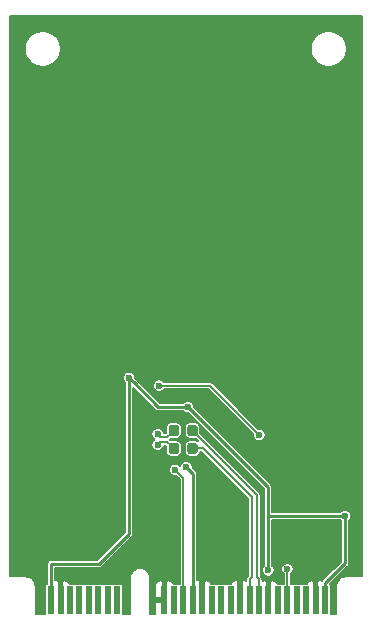
<source format=gbl>
G04 #@! TF.GenerationSoftware,KiCad,Pcbnew,(5.1.6)-1*
G04 #@! TF.CreationDate,2021-01-10T11:39:08+11:00*
G04 #@! TF.ProjectId,mPCIe-GNSS,6d504349-652d-4474-9e53-532e6b696361,1*
G04 #@! TF.SameCoordinates,Original*
G04 #@! TF.FileFunction,Copper,L2,Bot*
G04 #@! TF.FilePolarity,Positive*
%FSLAX46Y46*%
G04 Gerber Fmt 4.6, Leading zero omitted, Abs format (unit mm)*
G04 Created by KiCad (PCBNEW (5.1.6)-1) date 2021-01-10 11:39:08*
%MOMM*%
%LPD*%
G01*
G04 APERTURE LIST*
G04 #@! TA.AperFunction,SMDPad,CuDef*
%ADD10R,0.600000X2.350000*%
G04 #@! TD*
G04 #@! TA.AperFunction,ViaPad*
%ADD11C,0.600000*%
G04 #@! TD*
G04 #@! TA.AperFunction,Conductor*
%ADD12C,0.254000*%
G04 #@! TD*
G04 #@! TA.AperFunction,Conductor*
%ADD13C,0.152400*%
G04 #@! TD*
G04 #@! TA.AperFunction,Conductor*
%ADD14C,0.152000*%
G04 #@! TD*
G04 APERTURE END LIST*
D10*
X120395000Y-126895000D03*
X121195000Y-126895000D03*
X121995000Y-126895000D03*
X122795000Y-126895000D03*
X123595000Y-126895000D03*
X124395000Y-126895000D03*
X125195000Y-126895000D03*
X125995000Y-126895000D03*
X143595000Y-126895000D03*
X142795000Y-126895000D03*
X141995000Y-126895000D03*
X141195000Y-126895000D03*
X140395000Y-126895000D03*
X139595000Y-126895000D03*
X138795000Y-126895000D03*
X137995000Y-126895000D03*
X137195000Y-126895000D03*
X136395000Y-126895000D03*
X135595000Y-126895000D03*
X134795000Y-126895000D03*
X133995000Y-126895000D03*
X133195000Y-126895000D03*
X132395000Y-126895000D03*
X131595000Y-126895000D03*
X130795000Y-126895000D03*
X129995000Y-126895000D03*
G04 #@! TA.AperFunction,SMDPad,CuDef*
G36*
G01*
X131222000Y-113789750D02*
X131222000Y-114302250D01*
G75*
G02*
X131003250Y-114521000I-218750J0D01*
G01*
X130565750Y-114521000D01*
G75*
G02*
X130347000Y-114302250I0J218750D01*
G01*
X130347000Y-113789750D01*
G75*
G02*
X130565750Y-113571000I218750J0D01*
G01*
X131003250Y-113571000D01*
G75*
G02*
X131222000Y-113789750I0J-218750D01*
G01*
G37*
G04 #@! TD.AperFunction*
G04 #@! TA.AperFunction,SMDPad,CuDef*
G36*
G01*
X132797000Y-113789750D02*
X132797000Y-114302250D01*
G75*
G02*
X132578250Y-114521000I-218750J0D01*
G01*
X132140750Y-114521000D01*
G75*
G02*
X131922000Y-114302250I0J218750D01*
G01*
X131922000Y-113789750D01*
G75*
G02*
X132140750Y-113571000I218750J0D01*
G01*
X132578250Y-113571000D01*
G75*
G02*
X132797000Y-113789750I0J-218750D01*
G01*
G37*
G04 #@! TD.AperFunction*
G04 #@! TA.AperFunction,SMDPad,CuDef*
G36*
G01*
X131922000Y-112778250D02*
X131922000Y-112265750D01*
G75*
G02*
X132140750Y-112047000I218750J0D01*
G01*
X132578250Y-112047000D01*
G75*
G02*
X132797000Y-112265750I0J-218750D01*
G01*
X132797000Y-112778250D01*
G75*
G02*
X132578250Y-112997000I-218750J0D01*
G01*
X132140750Y-112997000D01*
G75*
G02*
X131922000Y-112778250I0J218750D01*
G01*
G37*
G04 #@! TD.AperFunction*
G04 #@! TA.AperFunction,SMDPad,CuDef*
G36*
G01*
X130347000Y-112778250D02*
X130347000Y-112265750D01*
G75*
G02*
X130565750Y-112047000I218750J0D01*
G01*
X131003250Y-112047000D01*
G75*
G02*
X131222000Y-112265750I0J-218750D01*
G01*
X131222000Y-112778250D01*
G75*
G02*
X131003250Y-112997000I-218750J0D01*
G01*
X130565750Y-112997000D01*
G75*
G02*
X130347000Y-112778250I0J218750D01*
G01*
G37*
G04 #@! TD.AperFunction*
D11*
X127000000Y-101600000D03*
X130175000Y-101600000D03*
X133350000Y-101600000D03*
X133350000Y-98425000D03*
X136525000Y-98425000D03*
X136525000Y-101600000D03*
X136525000Y-92075000D03*
X133350000Y-92075000D03*
X133350000Y-88900000D03*
X130175000Y-88900000D03*
X130175000Y-92075000D03*
X127000000Y-92075000D03*
X127000000Y-88900000D03*
X127000000Y-98425000D03*
X133350000Y-95250000D03*
X130175000Y-95250000D03*
X136525000Y-95250000D03*
X133350000Y-85725000D03*
X139700000Y-85725000D03*
X130175000Y-85725000D03*
X127000000Y-85725000D03*
X123825000Y-85725000D03*
X120650000Y-85725000D03*
X120650000Y-88900000D03*
X120650000Y-92075000D03*
X120650000Y-98425000D03*
X120650000Y-95250000D03*
X127000000Y-104775000D03*
X130175000Y-104775000D03*
X133350000Y-104775000D03*
X136525000Y-104775000D03*
X139700000Y-104775000D03*
X142875000Y-104775000D03*
X142875000Y-101600000D03*
X142875000Y-98425000D03*
X142875000Y-95250000D03*
X142875000Y-92075000D03*
X142875000Y-88900000D03*
X142875000Y-85725000D03*
X138785600Y-124358400D03*
X131857200Y-115638000D03*
X131978400Y-110540800D03*
X145288000Y-119783100D03*
X127000000Y-108077000D03*
X138023600Y-112903000D03*
X129548000Y-108720000D03*
X140411200Y-124256800D03*
X130896000Y-115845000D03*
X129413000Y-112832000D03*
X129413000Y-113736000D03*
D12*
X142795000Y-126895000D02*
X142795000Y-125530600D01*
X138795000Y-126895000D02*
X138795000Y-125383800D01*
X132395000Y-126895000D02*
X132395000Y-116175800D01*
X132395000Y-116175800D02*
X131857200Y-115638000D01*
X145288000Y-119783100D02*
X138788900Y-119783100D01*
X138785600Y-117348000D02*
X138785600Y-119786400D01*
X131978400Y-110540800D02*
X138785600Y-117348000D01*
X138785600Y-119786400D02*
X138788900Y-119783100D01*
X138785600Y-124358400D02*
X138785600Y-119786400D01*
X120395000Y-126895000D02*
X120395000Y-123826000D01*
X127381000Y-108458000D02*
X127000000Y-108077000D01*
X131978400Y-110540800D02*
X129463800Y-110540800D01*
X129463800Y-110540800D02*
X127381000Y-108458000D01*
X127000000Y-108077000D02*
X127000000Y-117221000D01*
X120395000Y-123826000D02*
X124459000Y-123826000D01*
X127000000Y-121285000D02*
X127000000Y-117221000D01*
X124459000Y-123826000D02*
X127000000Y-121285000D01*
X143595000Y-125466000D02*
X145288000Y-123773000D01*
X145288000Y-123773000D02*
X145288000Y-119783100D01*
X143595000Y-126895000D02*
X143595000Y-125466000D01*
D13*
X133840600Y-108720000D02*
X138023600Y-112903000D01*
X129548000Y-108720000D02*
X133840600Y-108720000D01*
X140395000Y-124273000D02*
X140411200Y-124256800D01*
X140395000Y-126895000D02*
X140395000Y-124273000D01*
X137995000Y-126895000D02*
X137995000Y-125132000D01*
X137995000Y-125132000D02*
X137824000Y-124961000D01*
X137824000Y-124961000D02*
X137824000Y-117986000D01*
X137824000Y-117986000D02*
X133560000Y-113723000D01*
X133560000Y-113723000D02*
X132845500Y-113007900D01*
X132845500Y-113007900D02*
X132845400Y-113007900D01*
X132845400Y-113007900D02*
X132359500Y-112522000D01*
X132845500Y-113007900D02*
X132360000Y-112522000D01*
X132360000Y-114046000D02*
X132359500Y-114046000D01*
X137195000Y-126895000D02*
X137195000Y-125132000D01*
X137195000Y-125132000D02*
X137366000Y-124961000D01*
X137366000Y-124961000D02*
X137366000Y-118175000D01*
X137366000Y-118175000D02*
X133237000Y-114046000D01*
X133237000Y-114046000D02*
X132360000Y-114046000D01*
X130896000Y-115845000D02*
X131595000Y-116544000D01*
X131595000Y-116544000D02*
X131595000Y-126895000D01*
X130517500Y-112788500D02*
X130518000Y-112788500D01*
X130518000Y-112788500D02*
X130784500Y-112522000D01*
X130517500Y-112788500D02*
X130251000Y-113055000D01*
X130251000Y-113055000D02*
X129637000Y-113055000D01*
X129637000Y-113055000D02*
X129413000Y-112832000D01*
X130784000Y-112522000D02*
X130517500Y-112788500D01*
X130517500Y-113779500D02*
X130518000Y-113779500D01*
X130518000Y-113779500D02*
X130784500Y-114046000D01*
X130517500Y-113779500D02*
X130251000Y-113513000D01*
X130251000Y-113513000D02*
X129637000Y-113513000D01*
X129637000Y-113513000D02*
X129413000Y-113736000D01*
X130784000Y-114046000D02*
X130517500Y-113779500D01*
D14*
G36*
X146694000Y-116713682D02*
G01*
X146685306Y-124869000D01*
X145390045Y-124869000D01*
X145389870Y-124869017D01*
X145389071Y-124869020D01*
X145384679Y-124869466D01*
X145380260Y-124869435D01*
X145378857Y-124869572D01*
X145223580Y-124885893D01*
X145214635Y-124887730D01*
X145205621Y-124889449D01*
X145204272Y-124889857D01*
X145055122Y-124936026D01*
X145046705Y-124939564D01*
X145038195Y-124943003D01*
X145036950Y-124943665D01*
X144899608Y-125017926D01*
X144892035Y-125023034D01*
X144884359Y-125028057D01*
X144883266Y-125028948D01*
X144762963Y-125128471D01*
X144756509Y-125134970D01*
X144749972Y-125141372D01*
X144749073Y-125142458D01*
X144650394Y-125263452D01*
X144645333Y-125271070D01*
X144640156Y-125278630D01*
X144639485Y-125279870D01*
X144566185Y-125417727D01*
X144562689Y-125426209D01*
X144559091Y-125434605D01*
X144558674Y-125435952D01*
X144513547Y-125585421D01*
X144511765Y-125594419D01*
X144509866Y-125603355D01*
X144509718Y-125604757D01*
X144494482Y-125760144D01*
X144494482Y-125760161D01*
X144494001Y-125765045D01*
X144494000Y-128067000D01*
X144124505Y-128067000D01*
X144124505Y-125720000D01*
X144120095Y-125675226D01*
X144107035Y-125632172D01*
X144085826Y-125592494D01*
X144057285Y-125557715D01*
X144029059Y-125534551D01*
X145526973Y-124036639D01*
X145540520Y-124025521D01*
X145551640Y-124011972D01*
X145551647Y-124011965D01*
X145570712Y-123988734D01*
X145584934Y-123971405D01*
X145617935Y-123909664D01*
X145638257Y-123842670D01*
X145643400Y-123790453D01*
X145643400Y-123790446D01*
X145645118Y-123773000D01*
X145643400Y-123755555D01*
X145643400Y-120174971D01*
X145698435Y-120119936D01*
X145756262Y-120033391D01*
X145796094Y-119937229D01*
X145816400Y-119835143D01*
X145816400Y-119731057D01*
X145796094Y-119628971D01*
X145756262Y-119532809D01*
X145698435Y-119446264D01*
X145624836Y-119372665D01*
X145538291Y-119314838D01*
X145442129Y-119275006D01*
X145340043Y-119254700D01*
X145235957Y-119254700D01*
X145133871Y-119275006D01*
X145037709Y-119314838D01*
X144951164Y-119372665D01*
X144896129Y-119427700D01*
X139141000Y-119427700D01*
X139141000Y-117365445D01*
X139142718Y-117348000D01*
X139141000Y-117330554D01*
X139141000Y-117330547D01*
X139135857Y-117278330D01*
X139115535Y-117211336D01*
X139082534Y-117149595D01*
X139068312Y-117132266D01*
X139049247Y-117109035D01*
X139049240Y-117109028D01*
X139038120Y-117095479D01*
X139024573Y-117084361D01*
X132506800Y-110566590D01*
X132506800Y-110488757D01*
X132486494Y-110386671D01*
X132446662Y-110290509D01*
X132388835Y-110203964D01*
X132315236Y-110130365D01*
X132228691Y-110072538D01*
X132132529Y-110032706D01*
X132030443Y-110012400D01*
X131926357Y-110012400D01*
X131824271Y-110032706D01*
X131728109Y-110072538D01*
X131641564Y-110130365D01*
X131586529Y-110185400D01*
X129611011Y-110185400D01*
X128093568Y-108667957D01*
X129019600Y-108667957D01*
X129019600Y-108772043D01*
X129039906Y-108874129D01*
X129079738Y-108970291D01*
X129137565Y-109056836D01*
X129211164Y-109130435D01*
X129297709Y-109188262D01*
X129393871Y-109228094D01*
X129495957Y-109248400D01*
X129600043Y-109248400D01*
X129702129Y-109228094D01*
X129798291Y-109188262D01*
X129884836Y-109130435D01*
X129958435Y-109056836D01*
X129979974Y-109024600D01*
X133714431Y-109024600D01*
X137502763Y-112812932D01*
X137495200Y-112850957D01*
X137495200Y-112955043D01*
X137515506Y-113057129D01*
X137555338Y-113153291D01*
X137613165Y-113239836D01*
X137686764Y-113313435D01*
X137773309Y-113371262D01*
X137869471Y-113411094D01*
X137971557Y-113431400D01*
X138075643Y-113431400D01*
X138177729Y-113411094D01*
X138273891Y-113371262D01*
X138360436Y-113313435D01*
X138434035Y-113239836D01*
X138491862Y-113153291D01*
X138531694Y-113057129D01*
X138552000Y-112955043D01*
X138552000Y-112850957D01*
X138531694Y-112748871D01*
X138491862Y-112652709D01*
X138434035Y-112566164D01*
X138360436Y-112492565D01*
X138273891Y-112434738D01*
X138177729Y-112394906D01*
X138075643Y-112374600D01*
X137971557Y-112374600D01*
X137933532Y-112382163D01*
X134066559Y-108515190D01*
X134057026Y-108503574D01*
X134015762Y-108469709D01*
X134010645Y-108465510D01*
X133996593Y-108457999D01*
X133957729Y-108437225D01*
X133900312Y-108419808D01*
X133855556Y-108415400D01*
X133855546Y-108415400D01*
X133840600Y-108413928D01*
X133825654Y-108415400D01*
X129979974Y-108415400D01*
X129958435Y-108383164D01*
X129884836Y-108309565D01*
X129798291Y-108251738D01*
X129702129Y-108211906D01*
X129600043Y-108191600D01*
X129495957Y-108191600D01*
X129393871Y-108211906D01*
X129297709Y-108251738D01*
X129211164Y-108309565D01*
X129137565Y-108383164D01*
X129079738Y-108469709D01*
X129039906Y-108565871D01*
X129019600Y-108667957D01*
X128093568Y-108667957D01*
X127644651Y-108219041D01*
X127644646Y-108219035D01*
X127528400Y-108102789D01*
X127528400Y-108024957D01*
X127508094Y-107922871D01*
X127468262Y-107826709D01*
X127410435Y-107740164D01*
X127336836Y-107666565D01*
X127250291Y-107608738D01*
X127154129Y-107568906D01*
X127052043Y-107548600D01*
X126947957Y-107548600D01*
X126845871Y-107568906D01*
X126749709Y-107608738D01*
X126663164Y-107666565D01*
X126589565Y-107740164D01*
X126531738Y-107826709D01*
X126491906Y-107922871D01*
X126471600Y-108024957D01*
X126471600Y-108129043D01*
X126491906Y-108231129D01*
X126531738Y-108327291D01*
X126589565Y-108413836D01*
X126644600Y-108468871D01*
X126644601Y-117203547D01*
X126644600Y-121137788D01*
X124311790Y-123470600D01*
X120412453Y-123470600D01*
X120395000Y-123468881D01*
X120377547Y-123470600D01*
X120325330Y-123475743D01*
X120258336Y-123496065D01*
X120196595Y-123529066D01*
X120142479Y-123573479D01*
X120098066Y-123627595D01*
X120065065Y-123689336D01*
X120044743Y-123756330D01*
X120037881Y-123826000D01*
X120039601Y-123843463D01*
X120039600Y-125498128D01*
X120007172Y-125507965D01*
X119967494Y-125529174D01*
X119932715Y-125557715D01*
X119904174Y-125592494D01*
X119882965Y-125632172D01*
X119869905Y-125675226D01*
X119865495Y-125720000D01*
X119865495Y-128067000D01*
X119096000Y-128067000D01*
X119096000Y-125765045D01*
X119095983Y-125764870D01*
X119095980Y-125764071D01*
X119095534Y-125759679D01*
X119095565Y-125755260D01*
X119095428Y-125753857D01*
X119079107Y-125598580D01*
X119077270Y-125589635D01*
X119075551Y-125580621D01*
X119075143Y-125579272D01*
X119028974Y-125430122D01*
X119025436Y-125421705D01*
X119021997Y-125413195D01*
X119021335Y-125411950D01*
X118947074Y-125274608D01*
X118941966Y-125267035D01*
X118936943Y-125259359D01*
X118936052Y-125258266D01*
X118836529Y-125137963D01*
X118830030Y-125131509D01*
X118823628Y-125124972D01*
X118822542Y-125124073D01*
X118701548Y-125025394D01*
X118693930Y-125020333D01*
X118686370Y-125015156D01*
X118685130Y-125014485D01*
X118547273Y-124941185D01*
X118538791Y-124937689D01*
X118530395Y-124934091D01*
X118529048Y-124933674D01*
X118379579Y-124888547D01*
X118370581Y-124886765D01*
X118361645Y-124884866D01*
X118360243Y-124884718D01*
X118204856Y-124869482D01*
X118204849Y-124869482D01*
X118199955Y-124869000D01*
X116896000Y-124869000D01*
X116896000Y-80069466D01*
X118166600Y-80069466D01*
X118166600Y-80370534D01*
X118225336Y-80665818D01*
X118340550Y-80943969D01*
X118507814Y-81194298D01*
X118720702Y-81407186D01*
X118971031Y-81574450D01*
X119249182Y-81689664D01*
X119544466Y-81748400D01*
X119845534Y-81748400D01*
X120140818Y-81689664D01*
X120418969Y-81574450D01*
X120669298Y-81407186D01*
X120882186Y-81194298D01*
X121049450Y-80943969D01*
X121164664Y-80665818D01*
X121223400Y-80370534D01*
X121223400Y-80069466D01*
X142366600Y-80069466D01*
X142366600Y-80370534D01*
X142425336Y-80665818D01*
X142540550Y-80943969D01*
X142707814Y-81194298D01*
X142920702Y-81407186D01*
X143171031Y-81574450D01*
X143449182Y-81689664D01*
X143744466Y-81748400D01*
X144045534Y-81748400D01*
X144340818Y-81689664D01*
X144618969Y-81574450D01*
X144869298Y-81407186D01*
X145082186Y-81194298D01*
X145249450Y-80943969D01*
X145364664Y-80665818D01*
X145423400Y-80370534D01*
X145423400Y-80069466D01*
X145364664Y-79774182D01*
X145249450Y-79496031D01*
X145082186Y-79245702D01*
X144869298Y-79032814D01*
X144618969Y-78865550D01*
X144340818Y-78750336D01*
X144045534Y-78691600D01*
X143744466Y-78691600D01*
X143449182Y-78750336D01*
X143171031Y-78865550D01*
X142920702Y-79032814D01*
X142707814Y-79245702D01*
X142540550Y-79496031D01*
X142425336Y-79774182D01*
X142366600Y-80069466D01*
X121223400Y-80069466D01*
X121164664Y-79774182D01*
X121049450Y-79496031D01*
X120882186Y-79245702D01*
X120669298Y-79032814D01*
X120418969Y-78865550D01*
X120140818Y-78750336D01*
X119845534Y-78691600D01*
X119544466Y-78691600D01*
X119249182Y-78750336D01*
X118971031Y-78865550D01*
X118720702Y-79032814D01*
X118507814Y-79245702D01*
X118340550Y-79496031D01*
X118225336Y-79774182D01*
X118166600Y-80069466D01*
X116896000Y-80069466D01*
X116896000Y-77421000D01*
X146694001Y-77421000D01*
X146694000Y-116713682D01*
G37*
X146694000Y-116713682D02*
X146685306Y-124869000D01*
X145390045Y-124869000D01*
X145389870Y-124869017D01*
X145389071Y-124869020D01*
X145384679Y-124869466D01*
X145380260Y-124869435D01*
X145378857Y-124869572D01*
X145223580Y-124885893D01*
X145214635Y-124887730D01*
X145205621Y-124889449D01*
X145204272Y-124889857D01*
X145055122Y-124936026D01*
X145046705Y-124939564D01*
X145038195Y-124943003D01*
X145036950Y-124943665D01*
X144899608Y-125017926D01*
X144892035Y-125023034D01*
X144884359Y-125028057D01*
X144883266Y-125028948D01*
X144762963Y-125128471D01*
X144756509Y-125134970D01*
X144749972Y-125141372D01*
X144749073Y-125142458D01*
X144650394Y-125263452D01*
X144645333Y-125271070D01*
X144640156Y-125278630D01*
X144639485Y-125279870D01*
X144566185Y-125417727D01*
X144562689Y-125426209D01*
X144559091Y-125434605D01*
X144558674Y-125435952D01*
X144513547Y-125585421D01*
X144511765Y-125594419D01*
X144509866Y-125603355D01*
X144509718Y-125604757D01*
X144494482Y-125760144D01*
X144494482Y-125760161D01*
X144494001Y-125765045D01*
X144494000Y-128067000D01*
X144124505Y-128067000D01*
X144124505Y-125720000D01*
X144120095Y-125675226D01*
X144107035Y-125632172D01*
X144085826Y-125592494D01*
X144057285Y-125557715D01*
X144029059Y-125534551D01*
X145526973Y-124036639D01*
X145540520Y-124025521D01*
X145551640Y-124011972D01*
X145551647Y-124011965D01*
X145570712Y-123988734D01*
X145584934Y-123971405D01*
X145617935Y-123909664D01*
X145638257Y-123842670D01*
X145643400Y-123790453D01*
X145643400Y-123790446D01*
X145645118Y-123773000D01*
X145643400Y-123755555D01*
X145643400Y-120174971D01*
X145698435Y-120119936D01*
X145756262Y-120033391D01*
X145796094Y-119937229D01*
X145816400Y-119835143D01*
X145816400Y-119731057D01*
X145796094Y-119628971D01*
X145756262Y-119532809D01*
X145698435Y-119446264D01*
X145624836Y-119372665D01*
X145538291Y-119314838D01*
X145442129Y-119275006D01*
X145340043Y-119254700D01*
X145235957Y-119254700D01*
X145133871Y-119275006D01*
X145037709Y-119314838D01*
X144951164Y-119372665D01*
X144896129Y-119427700D01*
X139141000Y-119427700D01*
X139141000Y-117365445D01*
X139142718Y-117348000D01*
X139141000Y-117330554D01*
X139141000Y-117330547D01*
X139135857Y-117278330D01*
X139115535Y-117211336D01*
X139082534Y-117149595D01*
X139068312Y-117132266D01*
X139049247Y-117109035D01*
X139049240Y-117109028D01*
X139038120Y-117095479D01*
X139024573Y-117084361D01*
X132506800Y-110566590D01*
X132506800Y-110488757D01*
X132486494Y-110386671D01*
X132446662Y-110290509D01*
X132388835Y-110203964D01*
X132315236Y-110130365D01*
X132228691Y-110072538D01*
X132132529Y-110032706D01*
X132030443Y-110012400D01*
X131926357Y-110012400D01*
X131824271Y-110032706D01*
X131728109Y-110072538D01*
X131641564Y-110130365D01*
X131586529Y-110185400D01*
X129611011Y-110185400D01*
X128093568Y-108667957D01*
X129019600Y-108667957D01*
X129019600Y-108772043D01*
X129039906Y-108874129D01*
X129079738Y-108970291D01*
X129137565Y-109056836D01*
X129211164Y-109130435D01*
X129297709Y-109188262D01*
X129393871Y-109228094D01*
X129495957Y-109248400D01*
X129600043Y-109248400D01*
X129702129Y-109228094D01*
X129798291Y-109188262D01*
X129884836Y-109130435D01*
X129958435Y-109056836D01*
X129979974Y-109024600D01*
X133714431Y-109024600D01*
X137502763Y-112812932D01*
X137495200Y-112850957D01*
X137495200Y-112955043D01*
X137515506Y-113057129D01*
X137555338Y-113153291D01*
X137613165Y-113239836D01*
X137686764Y-113313435D01*
X137773309Y-113371262D01*
X137869471Y-113411094D01*
X137971557Y-113431400D01*
X138075643Y-113431400D01*
X138177729Y-113411094D01*
X138273891Y-113371262D01*
X138360436Y-113313435D01*
X138434035Y-113239836D01*
X138491862Y-113153291D01*
X138531694Y-113057129D01*
X138552000Y-112955043D01*
X138552000Y-112850957D01*
X138531694Y-112748871D01*
X138491862Y-112652709D01*
X138434035Y-112566164D01*
X138360436Y-112492565D01*
X138273891Y-112434738D01*
X138177729Y-112394906D01*
X138075643Y-112374600D01*
X137971557Y-112374600D01*
X137933532Y-112382163D01*
X134066559Y-108515190D01*
X134057026Y-108503574D01*
X134015762Y-108469709D01*
X134010645Y-108465510D01*
X133996593Y-108457999D01*
X133957729Y-108437225D01*
X133900312Y-108419808D01*
X133855556Y-108415400D01*
X133855546Y-108415400D01*
X133840600Y-108413928D01*
X133825654Y-108415400D01*
X129979974Y-108415400D01*
X129958435Y-108383164D01*
X129884836Y-108309565D01*
X129798291Y-108251738D01*
X129702129Y-108211906D01*
X129600043Y-108191600D01*
X129495957Y-108191600D01*
X129393871Y-108211906D01*
X129297709Y-108251738D01*
X129211164Y-108309565D01*
X129137565Y-108383164D01*
X129079738Y-108469709D01*
X129039906Y-108565871D01*
X129019600Y-108667957D01*
X128093568Y-108667957D01*
X127644651Y-108219041D01*
X127644646Y-108219035D01*
X127528400Y-108102789D01*
X127528400Y-108024957D01*
X127508094Y-107922871D01*
X127468262Y-107826709D01*
X127410435Y-107740164D01*
X127336836Y-107666565D01*
X127250291Y-107608738D01*
X127154129Y-107568906D01*
X127052043Y-107548600D01*
X126947957Y-107548600D01*
X126845871Y-107568906D01*
X126749709Y-107608738D01*
X126663164Y-107666565D01*
X126589565Y-107740164D01*
X126531738Y-107826709D01*
X126491906Y-107922871D01*
X126471600Y-108024957D01*
X126471600Y-108129043D01*
X126491906Y-108231129D01*
X126531738Y-108327291D01*
X126589565Y-108413836D01*
X126644600Y-108468871D01*
X126644601Y-117203547D01*
X126644600Y-121137788D01*
X124311790Y-123470600D01*
X120412453Y-123470600D01*
X120395000Y-123468881D01*
X120377547Y-123470600D01*
X120325330Y-123475743D01*
X120258336Y-123496065D01*
X120196595Y-123529066D01*
X120142479Y-123573479D01*
X120098066Y-123627595D01*
X120065065Y-123689336D01*
X120044743Y-123756330D01*
X120037881Y-123826000D01*
X120039601Y-123843463D01*
X120039600Y-125498128D01*
X120007172Y-125507965D01*
X119967494Y-125529174D01*
X119932715Y-125557715D01*
X119904174Y-125592494D01*
X119882965Y-125632172D01*
X119869905Y-125675226D01*
X119865495Y-125720000D01*
X119865495Y-128067000D01*
X119096000Y-128067000D01*
X119096000Y-125765045D01*
X119095983Y-125764870D01*
X119095980Y-125764071D01*
X119095534Y-125759679D01*
X119095565Y-125755260D01*
X119095428Y-125753857D01*
X119079107Y-125598580D01*
X119077270Y-125589635D01*
X119075551Y-125580621D01*
X119075143Y-125579272D01*
X119028974Y-125430122D01*
X119025436Y-125421705D01*
X119021997Y-125413195D01*
X119021335Y-125411950D01*
X118947074Y-125274608D01*
X118941966Y-125267035D01*
X118936943Y-125259359D01*
X118936052Y-125258266D01*
X118836529Y-125137963D01*
X118830030Y-125131509D01*
X118823628Y-125124972D01*
X118822542Y-125124073D01*
X118701548Y-125025394D01*
X118693930Y-125020333D01*
X118686370Y-125015156D01*
X118685130Y-125014485D01*
X118547273Y-124941185D01*
X118538791Y-124937689D01*
X118530395Y-124934091D01*
X118529048Y-124933674D01*
X118379579Y-124888547D01*
X118370581Y-124886765D01*
X118361645Y-124884866D01*
X118360243Y-124884718D01*
X118204856Y-124869482D01*
X118204849Y-124869482D01*
X118199955Y-124869000D01*
X116896000Y-124869000D01*
X116896000Y-80069466D01*
X118166600Y-80069466D01*
X118166600Y-80370534D01*
X118225336Y-80665818D01*
X118340550Y-80943969D01*
X118507814Y-81194298D01*
X118720702Y-81407186D01*
X118971031Y-81574450D01*
X119249182Y-81689664D01*
X119544466Y-81748400D01*
X119845534Y-81748400D01*
X120140818Y-81689664D01*
X120418969Y-81574450D01*
X120669298Y-81407186D01*
X120882186Y-81194298D01*
X121049450Y-80943969D01*
X121164664Y-80665818D01*
X121223400Y-80370534D01*
X121223400Y-80069466D01*
X142366600Y-80069466D01*
X142366600Y-80370534D01*
X142425336Y-80665818D01*
X142540550Y-80943969D01*
X142707814Y-81194298D01*
X142920702Y-81407186D01*
X143171031Y-81574450D01*
X143449182Y-81689664D01*
X143744466Y-81748400D01*
X144045534Y-81748400D01*
X144340818Y-81689664D01*
X144618969Y-81574450D01*
X144869298Y-81407186D01*
X145082186Y-81194298D01*
X145249450Y-80943969D01*
X145364664Y-80665818D01*
X145423400Y-80370534D01*
X145423400Y-80069466D01*
X145364664Y-79774182D01*
X145249450Y-79496031D01*
X145082186Y-79245702D01*
X144869298Y-79032814D01*
X144618969Y-78865550D01*
X144340818Y-78750336D01*
X144045534Y-78691600D01*
X143744466Y-78691600D01*
X143449182Y-78750336D01*
X143171031Y-78865550D01*
X142920702Y-79032814D01*
X142707814Y-79245702D01*
X142540550Y-79496031D01*
X142425336Y-79774182D01*
X142366600Y-80069466D01*
X121223400Y-80069466D01*
X121164664Y-79774182D01*
X121049450Y-79496031D01*
X120882186Y-79245702D01*
X120669298Y-79032814D01*
X120418969Y-78865550D01*
X120140818Y-78750336D01*
X119845534Y-78691600D01*
X119544466Y-78691600D01*
X119249182Y-78750336D01*
X118971031Y-78865550D01*
X118720702Y-79032814D01*
X118507814Y-79245702D01*
X118340550Y-79496031D01*
X118225336Y-79774182D01*
X118166600Y-80069466D01*
X116896000Y-80069466D01*
X116896000Y-77421000D01*
X146694001Y-77421000D01*
X146694000Y-116713682D01*
G36*
X129200152Y-110779763D02*
G01*
X129211279Y-110793321D01*
X129265395Y-110837734D01*
X129327136Y-110870735D01*
X129394129Y-110891057D01*
X129401023Y-110891736D01*
X129446347Y-110896200D01*
X129446354Y-110896200D01*
X129463799Y-110897918D01*
X129481245Y-110896200D01*
X131586529Y-110896200D01*
X131641564Y-110951235D01*
X131728109Y-111009062D01*
X131824271Y-111048894D01*
X131926357Y-111069200D01*
X132004190Y-111069200D01*
X132831428Y-111896439D01*
X132827287Y-111893040D01*
X132749790Y-111851616D01*
X132665700Y-111826108D01*
X132578250Y-111817495D01*
X132140750Y-111817495D01*
X132053300Y-111826108D01*
X131969210Y-111851616D01*
X131891713Y-111893040D01*
X131823786Y-111948786D01*
X131768040Y-112016713D01*
X131726616Y-112094210D01*
X131701108Y-112178300D01*
X131692495Y-112265750D01*
X131692495Y-112778250D01*
X131701108Y-112865700D01*
X131726616Y-112949790D01*
X131768040Y-113027287D01*
X131823786Y-113095214D01*
X131891713Y-113150960D01*
X131969210Y-113192384D01*
X132053300Y-113217892D01*
X132140750Y-113226505D01*
X132578250Y-113226505D01*
X132626835Y-113221720D01*
X132628974Y-113224326D01*
X132640590Y-113233859D01*
X132641096Y-113234275D01*
X132819606Y-113412934D01*
X132749790Y-113375616D01*
X132665700Y-113350108D01*
X132578250Y-113341495D01*
X132140750Y-113341495D01*
X132053300Y-113350108D01*
X131969210Y-113375616D01*
X131891713Y-113417040D01*
X131823786Y-113472786D01*
X131768040Y-113540713D01*
X131726616Y-113618210D01*
X131701108Y-113702300D01*
X131692495Y-113789750D01*
X131692495Y-114302250D01*
X131701108Y-114389700D01*
X131726616Y-114473790D01*
X131768040Y-114551287D01*
X131823786Y-114619214D01*
X131891713Y-114674960D01*
X131969210Y-114716384D01*
X132053300Y-114741892D01*
X132140750Y-114750505D01*
X132578250Y-114750505D01*
X132665700Y-114741892D01*
X132749790Y-114716384D01*
X132827287Y-114674960D01*
X132895214Y-114619214D01*
X132950960Y-114551287D01*
X132992384Y-114473790D01*
X133017892Y-114389700D01*
X133021743Y-114350600D01*
X133110831Y-114350600D01*
X137061401Y-118301171D01*
X137061400Y-124834831D01*
X136990186Y-124906045D01*
X136978575Y-124915574D01*
X136969046Y-124927185D01*
X136969040Y-124927191D01*
X136940510Y-124961955D01*
X136919909Y-125000497D01*
X136912226Y-125014871D01*
X136894809Y-125072288D01*
X136891097Y-125109975D01*
X136888928Y-125132000D01*
X136890401Y-125146956D01*
X136890401Y-125229606D01*
X136798114Y-125201611D01*
X136695000Y-125191455D01*
X136675500Y-125194000D01*
X136544000Y-125325500D01*
X136544000Y-126746000D01*
X136564000Y-126746000D01*
X136564000Y-127044000D01*
X136544000Y-127044000D01*
X136544000Y-127064000D01*
X136246000Y-127064000D01*
X136246000Y-127044000D01*
X136226000Y-127044000D01*
X136226000Y-126746000D01*
X136246000Y-126746000D01*
X136246000Y-125325500D01*
X136114500Y-125194000D01*
X136095000Y-125191455D01*
X135991886Y-125201611D01*
X135892735Y-125231688D01*
X135801356Y-125280531D01*
X135721262Y-125346262D01*
X135655531Y-125426356D01*
X135621248Y-125490495D01*
X135295000Y-125490495D01*
X135250226Y-125494905D01*
X135207172Y-125507965D01*
X135195000Y-125514471D01*
X135182828Y-125507965D01*
X135139774Y-125494905D01*
X135095000Y-125490495D01*
X134495000Y-125490495D01*
X134450226Y-125494905D01*
X134407172Y-125507965D01*
X134395000Y-125514471D01*
X134382828Y-125507965D01*
X134339774Y-125494905D01*
X134295000Y-125490495D01*
X133968752Y-125490495D01*
X133934469Y-125426356D01*
X133868738Y-125346262D01*
X133788644Y-125280531D01*
X133697265Y-125231688D01*
X133598114Y-125201611D01*
X133495000Y-125191455D01*
X133475500Y-125194000D01*
X133344000Y-125325500D01*
X133344000Y-126746000D01*
X133364000Y-126746000D01*
X133364000Y-127044000D01*
X133344000Y-127044000D01*
X133344000Y-127064000D01*
X133046000Y-127064000D01*
X133046000Y-127044000D01*
X133026000Y-127044000D01*
X133026000Y-126746000D01*
X133046000Y-126746000D01*
X133046000Y-125325500D01*
X132914500Y-125194000D01*
X132895000Y-125191455D01*
X132791886Y-125201611D01*
X132750400Y-125214196D01*
X132750400Y-116193245D01*
X132752118Y-116175799D01*
X132750400Y-116158354D01*
X132750400Y-116158347D01*
X132745257Y-116106130D01*
X132724935Y-116039136D01*
X132691934Y-115977395D01*
X132647521Y-115923279D01*
X132633962Y-115912152D01*
X132385600Y-115663789D01*
X132385600Y-115585957D01*
X132365294Y-115483871D01*
X132325462Y-115387709D01*
X132267635Y-115301164D01*
X132194036Y-115227565D01*
X132107491Y-115169738D01*
X132011329Y-115129906D01*
X131909243Y-115109600D01*
X131805157Y-115109600D01*
X131703071Y-115129906D01*
X131606909Y-115169738D01*
X131520364Y-115227565D01*
X131446765Y-115301164D01*
X131388938Y-115387709D01*
X131349106Y-115483871D01*
X131335594Y-115551803D01*
X131306435Y-115508164D01*
X131232836Y-115434565D01*
X131146291Y-115376738D01*
X131050129Y-115336906D01*
X130948043Y-115316600D01*
X130843957Y-115316600D01*
X130741871Y-115336906D01*
X130645709Y-115376738D01*
X130559164Y-115434565D01*
X130485565Y-115508164D01*
X130427738Y-115594709D01*
X130387906Y-115690871D01*
X130367600Y-115792957D01*
X130367600Y-115897043D01*
X130387906Y-115999129D01*
X130427738Y-116095291D01*
X130485565Y-116181836D01*
X130559164Y-116255435D01*
X130645709Y-116313262D01*
X130741871Y-116353094D01*
X130843957Y-116373400D01*
X130948043Y-116373400D01*
X130986067Y-116365837D01*
X131290400Y-116670170D01*
X131290401Y-125490948D01*
X131250226Y-125494905D01*
X131207172Y-125507965D01*
X131195000Y-125514471D01*
X131182828Y-125507965D01*
X131139774Y-125494905D01*
X131095000Y-125490495D01*
X130768752Y-125490495D01*
X130734469Y-125426356D01*
X130668738Y-125346262D01*
X130588644Y-125280531D01*
X130497265Y-125231688D01*
X130398114Y-125201611D01*
X130295000Y-125191455D01*
X130275500Y-125194000D01*
X130144000Y-125325500D01*
X130144000Y-126746000D01*
X130164000Y-126746000D01*
X130164000Y-127044000D01*
X130144000Y-127044000D01*
X130144000Y-127064000D01*
X129846000Y-127064000D01*
X129846000Y-127044000D01*
X129300500Y-127044000D01*
X129169000Y-127175500D01*
X129166464Y-128067000D01*
X128796000Y-128067000D01*
X128796000Y-125720000D01*
X129166455Y-125720000D01*
X129169000Y-126614500D01*
X129300500Y-126746000D01*
X129846000Y-126746000D01*
X129846000Y-125325500D01*
X129714500Y-125194000D01*
X129695000Y-125191455D01*
X129591886Y-125201611D01*
X129492735Y-125231688D01*
X129401356Y-125280531D01*
X129321262Y-125346262D01*
X129255531Y-125426356D01*
X129206688Y-125517735D01*
X129176611Y-125616886D01*
X129166455Y-125720000D01*
X128796000Y-125720000D01*
X128796000Y-125015045D01*
X128795966Y-125014699D01*
X128795925Y-125008824D01*
X128795445Y-125004258D01*
X128795445Y-124999672D01*
X128795298Y-124998270D01*
X128778982Y-124852808D01*
X128777064Y-124843784D01*
X128775300Y-124834874D01*
X128774883Y-124833527D01*
X128730624Y-124694005D01*
X128727023Y-124685605D01*
X128723529Y-124677127D01*
X128722859Y-124675887D01*
X128652342Y-124547618D01*
X128647171Y-124540067D01*
X128642105Y-124532441D01*
X128641206Y-124531354D01*
X128547119Y-124419224D01*
X128540562Y-124412803D01*
X128534127Y-124406323D01*
X128533035Y-124405432D01*
X128418958Y-124313713D01*
X128411289Y-124308695D01*
X128403710Y-124303583D01*
X128402468Y-124302922D01*
X128402460Y-124302918D01*
X128272748Y-124235106D01*
X128264294Y-124231691D01*
X128255821Y-124228129D01*
X128254471Y-124227721D01*
X128114052Y-124186394D01*
X128105070Y-124184681D01*
X128096093Y-124182838D01*
X128094690Y-124182701D01*
X127948918Y-124169434D01*
X127939797Y-124169498D01*
X127930609Y-124169434D01*
X127929206Y-124169571D01*
X127783634Y-124184872D01*
X127774682Y-124186710D01*
X127765676Y-124188428D01*
X127764326Y-124188836D01*
X127624497Y-124232120D01*
X127616080Y-124235658D01*
X127607570Y-124239097D01*
X127606325Y-124239759D01*
X127477567Y-124309377D01*
X127469990Y-124314488D01*
X127462318Y-124319509D01*
X127461225Y-124320400D01*
X127348442Y-124413702D01*
X127342005Y-124420185D01*
X127335451Y-124426603D01*
X127334552Y-124427689D01*
X127242040Y-124541121D01*
X127236979Y-124548739D01*
X127231802Y-124556299D01*
X127231132Y-124557539D01*
X127162412Y-124686780D01*
X127158927Y-124695236D01*
X127155318Y-124703658D01*
X127154901Y-124705005D01*
X127112595Y-124845132D01*
X127110816Y-124854115D01*
X127108914Y-124863065D01*
X127108766Y-124864468D01*
X127104341Y-124909598D01*
X127098660Y-124914260D01*
X127089208Y-124925777D01*
X127082185Y-124938916D01*
X127077860Y-124953173D01*
X127076402Y-124968608D01*
X127094000Y-127168410D01*
X127094000Y-128067000D01*
X126524505Y-128067000D01*
X126524505Y-125720000D01*
X126520095Y-125675226D01*
X126507035Y-125632172D01*
X126485826Y-125592494D01*
X126457285Y-125557715D01*
X126422506Y-125529174D01*
X126382828Y-125507965D01*
X126339774Y-125494905D01*
X126295000Y-125490495D01*
X125695000Y-125490495D01*
X125650226Y-125494905D01*
X125607172Y-125507965D01*
X125595000Y-125514471D01*
X125582828Y-125507965D01*
X125539774Y-125494905D01*
X125495000Y-125490495D01*
X124895000Y-125490495D01*
X124850226Y-125494905D01*
X124807172Y-125507965D01*
X124795000Y-125514471D01*
X124782828Y-125507965D01*
X124739774Y-125494905D01*
X124695000Y-125490495D01*
X124095000Y-125490495D01*
X124050226Y-125494905D01*
X124007172Y-125507965D01*
X123995000Y-125514471D01*
X123982828Y-125507965D01*
X123939774Y-125494905D01*
X123895000Y-125490495D01*
X123295000Y-125490495D01*
X123250226Y-125494905D01*
X123207172Y-125507965D01*
X123195000Y-125514471D01*
X123182828Y-125507965D01*
X123139774Y-125494905D01*
X123095000Y-125490495D01*
X122495000Y-125490495D01*
X122450226Y-125494905D01*
X122407172Y-125507965D01*
X122395000Y-125514471D01*
X122382828Y-125507965D01*
X122339774Y-125494905D01*
X122295000Y-125490495D01*
X121968752Y-125490495D01*
X121934469Y-125426356D01*
X121868738Y-125346262D01*
X121788644Y-125280531D01*
X121697265Y-125231688D01*
X121598114Y-125201611D01*
X121495000Y-125191455D01*
X121475500Y-125194000D01*
X121344000Y-125325500D01*
X121344000Y-126746000D01*
X121364000Y-126746000D01*
X121364000Y-127044000D01*
X121344000Y-127044000D01*
X121344000Y-127064000D01*
X121046000Y-127064000D01*
X121046000Y-127044000D01*
X121026000Y-127044000D01*
X121026000Y-126746000D01*
X121046000Y-126746000D01*
X121046000Y-125325500D01*
X120914500Y-125194000D01*
X120895000Y-125191455D01*
X120791886Y-125201611D01*
X120750400Y-125214196D01*
X120750400Y-124181400D01*
X124441555Y-124181400D01*
X124459000Y-124183118D01*
X124476445Y-124181400D01*
X124476453Y-124181400D01*
X124528670Y-124176257D01*
X124595664Y-124155935D01*
X124657405Y-124122934D01*
X124711521Y-124078521D01*
X124722653Y-124064957D01*
X127238973Y-121548639D01*
X127252520Y-121537521D01*
X127263640Y-121523972D01*
X127263647Y-121523965D01*
X127282712Y-121500734D01*
X127296934Y-121483405D01*
X127329935Y-121421664D01*
X127350257Y-121354670D01*
X127355400Y-121302453D01*
X127355400Y-121302446D01*
X127357118Y-121285000D01*
X127355400Y-121267555D01*
X127355400Y-112779957D01*
X128884600Y-112779957D01*
X128884600Y-112884043D01*
X128904906Y-112986129D01*
X128944738Y-113082291D01*
X129002565Y-113168836D01*
X129076164Y-113242435D01*
X129138371Y-113284000D01*
X129076164Y-113325565D01*
X129002565Y-113399164D01*
X128944738Y-113485709D01*
X128904906Y-113581871D01*
X128884600Y-113683957D01*
X128884600Y-113788043D01*
X128904906Y-113890129D01*
X128944738Y-113986291D01*
X129002565Y-114072836D01*
X129076164Y-114146435D01*
X129162709Y-114204262D01*
X129258871Y-114244094D01*
X129360957Y-114264400D01*
X129465043Y-114264400D01*
X129567129Y-114244094D01*
X129663291Y-114204262D01*
X129749836Y-114146435D01*
X129823435Y-114072836D01*
X129881262Y-113986291D01*
X129921094Y-113890129D01*
X129935521Y-113817600D01*
X130117495Y-113817600D01*
X130117495Y-114302250D01*
X130126108Y-114389700D01*
X130151616Y-114473790D01*
X130193040Y-114551287D01*
X130248786Y-114619214D01*
X130316713Y-114674960D01*
X130394210Y-114716384D01*
X130478300Y-114741892D01*
X130565750Y-114750505D01*
X131003250Y-114750505D01*
X131090700Y-114741892D01*
X131174790Y-114716384D01*
X131252287Y-114674960D01*
X131320214Y-114619214D01*
X131375960Y-114551287D01*
X131417384Y-114473790D01*
X131442892Y-114389700D01*
X131451505Y-114302250D01*
X131451505Y-113789750D01*
X131442892Y-113702300D01*
X131417384Y-113618210D01*
X131375960Y-113540713D01*
X131320214Y-113472786D01*
X131252287Y-113417040D01*
X131174790Y-113375616D01*
X131090700Y-113350108D01*
X131003250Y-113341495D01*
X130565750Y-113341495D01*
X130515239Y-113346470D01*
X130476959Y-113308190D01*
X130467426Y-113296574D01*
X130452105Y-113284000D01*
X130455809Y-113280960D01*
X130455810Y-113280959D01*
X130467426Y-113271426D01*
X130476959Y-113259810D01*
X130515239Y-113221530D01*
X130565750Y-113226505D01*
X131003250Y-113226505D01*
X131090700Y-113217892D01*
X131174790Y-113192384D01*
X131252287Y-113150960D01*
X131320214Y-113095214D01*
X131375960Y-113027287D01*
X131417384Y-112949790D01*
X131442892Y-112865700D01*
X131451505Y-112778250D01*
X131451505Y-112265750D01*
X131442892Y-112178300D01*
X131417384Y-112094210D01*
X131375960Y-112016713D01*
X131320214Y-111948786D01*
X131252287Y-111893040D01*
X131174790Y-111851616D01*
X131090700Y-111826108D01*
X131003250Y-111817495D01*
X130565750Y-111817495D01*
X130478300Y-111826108D01*
X130394210Y-111851616D01*
X130316713Y-111893040D01*
X130248786Y-111948786D01*
X130193040Y-112016713D01*
X130151616Y-112094210D01*
X130126108Y-112178300D01*
X130117495Y-112265750D01*
X130117495Y-112750400D01*
X129935521Y-112750400D01*
X129921094Y-112677871D01*
X129881262Y-112581709D01*
X129823435Y-112495164D01*
X129749836Y-112421565D01*
X129663291Y-112363738D01*
X129567129Y-112323906D01*
X129465043Y-112303600D01*
X129360957Y-112303600D01*
X129258871Y-112323906D01*
X129162709Y-112363738D01*
X129076164Y-112421565D01*
X129002565Y-112495164D01*
X128944738Y-112581709D01*
X128904906Y-112677871D01*
X128884600Y-112779957D01*
X127355400Y-112779957D01*
X127355400Y-108935010D01*
X129200152Y-110779763D01*
G37*
X129200152Y-110779763D02*
X129211279Y-110793321D01*
X129265395Y-110837734D01*
X129327136Y-110870735D01*
X129394129Y-110891057D01*
X129401023Y-110891736D01*
X129446347Y-110896200D01*
X129446354Y-110896200D01*
X129463799Y-110897918D01*
X129481245Y-110896200D01*
X131586529Y-110896200D01*
X131641564Y-110951235D01*
X131728109Y-111009062D01*
X131824271Y-111048894D01*
X131926357Y-111069200D01*
X132004190Y-111069200D01*
X132831428Y-111896439D01*
X132827287Y-111893040D01*
X132749790Y-111851616D01*
X132665700Y-111826108D01*
X132578250Y-111817495D01*
X132140750Y-111817495D01*
X132053300Y-111826108D01*
X131969210Y-111851616D01*
X131891713Y-111893040D01*
X131823786Y-111948786D01*
X131768040Y-112016713D01*
X131726616Y-112094210D01*
X131701108Y-112178300D01*
X131692495Y-112265750D01*
X131692495Y-112778250D01*
X131701108Y-112865700D01*
X131726616Y-112949790D01*
X131768040Y-113027287D01*
X131823786Y-113095214D01*
X131891713Y-113150960D01*
X131969210Y-113192384D01*
X132053300Y-113217892D01*
X132140750Y-113226505D01*
X132578250Y-113226505D01*
X132626835Y-113221720D01*
X132628974Y-113224326D01*
X132640590Y-113233859D01*
X132641096Y-113234275D01*
X132819606Y-113412934D01*
X132749790Y-113375616D01*
X132665700Y-113350108D01*
X132578250Y-113341495D01*
X132140750Y-113341495D01*
X132053300Y-113350108D01*
X131969210Y-113375616D01*
X131891713Y-113417040D01*
X131823786Y-113472786D01*
X131768040Y-113540713D01*
X131726616Y-113618210D01*
X131701108Y-113702300D01*
X131692495Y-113789750D01*
X131692495Y-114302250D01*
X131701108Y-114389700D01*
X131726616Y-114473790D01*
X131768040Y-114551287D01*
X131823786Y-114619214D01*
X131891713Y-114674960D01*
X131969210Y-114716384D01*
X132053300Y-114741892D01*
X132140750Y-114750505D01*
X132578250Y-114750505D01*
X132665700Y-114741892D01*
X132749790Y-114716384D01*
X132827287Y-114674960D01*
X132895214Y-114619214D01*
X132950960Y-114551287D01*
X132992384Y-114473790D01*
X133017892Y-114389700D01*
X133021743Y-114350600D01*
X133110831Y-114350600D01*
X137061401Y-118301171D01*
X137061400Y-124834831D01*
X136990186Y-124906045D01*
X136978575Y-124915574D01*
X136969046Y-124927185D01*
X136969040Y-124927191D01*
X136940510Y-124961955D01*
X136919909Y-125000497D01*
X136912226Y-125014871D01*
X136894809Y-125072288D01*
X136891097Y-125109975D01*
X136888928Y-125132000D01*
X136890401Y-125146956D01*
X136890401Y-125229606D01*
X136798114Y-125201611D01*
X136695000Y-125191455D01*
X136675500Y-125194000D01*
X136544000Y-125325500D01*
X136544000Y-126746000D01*
X136564000Y-126746000D01*
X136564000Y-127044000D01*
X136544000Y-127044000D01*
X136544000Y-127064000D01*
X136246000Y-127064000D01*
X136246000Y-127044000D01*
X136226000Y-127044000D01*
X136226000Y-126746000D01*
X136246000Y-126746000D01*
X136246000Y-125325500D01*
X136114500Y-125194000D01*
X136095000Y-125191455D01*
X135991886Y-125201611D01*
X135892735Y-125231688D01*
X135801356Y-125280531D01*
X135721262Y-125346262D01*
X135655531Y-125426356D01*
X135621248Y-125490495D01*
X135295000Y-125490495D01*
X135250226Y-125494905D01*
X135207172Y-125507965D01*
X135195000Y-125514471D01*
X135182828Y-125507965D01*
X135139774Y-125494905D01*
X135095000Y-125490495D01*
X134495000Y-125490495D01*
X134450226Y-125494905D01*
X134407172Y-125507965D01*
X134395000Y-125514471D01*
X134382828Y-125507965D01*
X134339774Y-125494905D01*
X134295000Y-125490495D01*
X133968752Y-125490495D01*
X133934469Y-125426356D01*
X133868738Y-125346262D01*
X133788644Y-125280531D01*
X133697265Y-125231688D01*
X133598114Y-125201611D01*
X133495000Y-125191455D01*
X133475500Y-125194000D01*
X133344000Y-125325500D01*
X133344000Y-126746000D01*
X133364000Y-126746000D01*
X133364000Y-127044000D01*
X133344000Y-127044000D01*
X133344000Y-127064000D01*
X133046000Y-127064000D01*
X133046000Y-127044000D01*
X133026000Y-127044000D01*
X133026000Y-126746000D01*
X133046000Y-126746000D01*
X133046000Y-125325500D01*
X132914500Y-125194000D01*
X132895000Y-125191455D01*
X132791886Y-125201611D01*
X132750400Y-125214196D01*
X132750400Y-116193245D01*
X132752118Y-116175799D01*
X132750400Y-116158354D01*
X132750400Y-116158347D01*
X132745257Y-116106130D01*
X132724935Y-116039136D01*
X132691934Y-115977395D01*
X132647521Y-115923279D01*
X132633962Y-115912152D01*
X132385600Y-115663789D01*
X132385600Y-115585957D01*
X132365294Y-115483871D01*
X132325462Y-115387709D01*
X132267635Y-115301164D01*
X132194036Y-115227565D01*
X132107491Y-115169738D01*
X132011329Y-115129906D01*
X131909243Y-115109600D01*
X131805157Y-115109600D01*
X131703071Y-115129906D01*
X131606909Y-115169738D01*
X131520364Y-115227565D01*
X131446765Y-115301164D01*
X131388938Y-115387709D01*
X131349106Y-115483871D01*
X131335594Y-115551803D01*
X131306435Y-115508164D01*
X131232836Y-115434565D01*
X131146291Y-115376738D01*
X131050129Y-115336906D01*
X130948043Y-115316600D01*
X130843957Y-115316600D01*
X130741871Y-115336906D01*
X130645709Y-115376738D01*
X130559164Y-115434565D01*
X130485565Y-115508164D01*
X130427738Y-115594709D01*
X130387906Y-115690871D01*
X130367600Y-115792957D01*
X130367600Y-115897043D01*
X130387906Y-115999129D01*
X130427738Y-116095291D01*
X130485565Y-116181836D01*
X130559164Y-116255435D01*
X130645709Y-116313262D01*
X130741871Y-116353094D01*
X130843957Y-116373400D01*
X130948043Y-116373400D01*
X130986067Y-116365837D01*
X131290400Y-116670170D01*
X131290401Y-125490948D01*
X131250226Y-125494905D01*
X131207172Y-125507965D01*
X131195000Y-125514471D01*
X131182828Y-125507965D01*
X131139774Y-125494905D01*
X131095000Y-125490495D01*
X130768752Y-125490495D01*
X130734469Y-125426356D01*
X130668738Y-125346262D01*
X130588644Y-125280531D01*
X130497265Y-125231688D01*
X130398114Y-125201611D01*
X130295000Y-125191455D01*
X130275500Y-125194000D01*
X130144000Y-125325500D01*
X130144000Y-126746000D01*
X130164000Y-126746000D01*
X130164000Y-127044000D01*
X130144000Y-127044000D01*
X130144000Y-127064000D01*
X129846000Y-127064000D01*
X129846000Y-127044000D01*
X129300500Y-127044000D01*
X129169000Y-127175500D01*
X129166464Y-128067000D01*
X128796000Y-128067000D01*
X128796000Y-125720000D01*
X129166455Y-125720000D01*
X129169000Y-126614500D01*
X129300500Y-126746000D01*
X129846000Y-126746000D01*
X129846000Y-125325500D01*
X129714500Y-125194000D01*
X129695000Y-125191455D01*
X129591886Y-125201611D01*
X129492735Y-125231688D01*
X129401356Y-125280531D01*
X129321262Y-125346262D01*
X129255531Y-125426356D01*
X129206688Y-125517735D01*
X129176611Y-125616886D01*
X129166455Y-125720000D01*
X128796000Y-125720000D01*
X128796000Y-125015045D01*
X128795966Y-125014699D01*
X128795925Y-125008824D01*
X128795445Y-125004258D01*
X128795445Y-124999672D01*
X128795298Y-124998270D01*
X128778982Y-124852808D01*
X128777064Y-124843784D01*
X128775300Y-124834874D01*
X128774883Y-124833527D01*
X128730624Y-124694005D01*
X128727023Y-124685605D01*
X128723529Y-124677127D01*
X128722859Y-124675887D01*
X128652342Y-124547618D01*
X128647171Y-124540067D01*
X128642105Y-124532441D01*
X128641206Y-124531354D01*
X128547119Y-124419224D01*
X128540562Y-124412803D01*
X128534127Y-124406323D01*
X128533035Y-124405432D01*
X128418958Y-124313713D01*
X128411289Y-124308695D01*
X128403710Y-124303583D01*
X128402468Y-124302922D01*
X128402460Y-124302918D01*
X128272748Y-124235106D01*
X128264294Y-124231691D01*
X128255821Y-124228129D01*
X128254471Y-124227721D01*
X128114052Y-124186394D01*
X128105070Y-124184681D01*
X128096093Y-124182838D01*
X128094690Y-124182701D01*
X127948918Y-124169434D01*
X127939797Y-124169498D01*
X127930609Y-124169434D01*
X127929206Y-124169571D01*
X127783634Y-124184872D01*
X127774682Y-124186710D01*
X127765676Y-124188428D01*
X127764326Y-124188836D01*
X127624497Y-124232120D01*
X127616080Y-124235658D01*
X127607570Y-124239097D01*
X127606325Y-124239759D01*
X127477567Y-124309377D01*
X127469990Y-124314488D01*
X127462318Y-124319509D01*
X127461225Y-124320400D01*
X127348442Y-124413702D01*
X127342005Y-124420185D01*
X127335451Y-124426603D01*
X127334552Y-124427689D01*
X127242040Y-124541121D01*
X127236979Y-124548739D01*
X127231802Y-124556299D01*
X127231132Y-124557539D01*
X127162412Y-124686780D01*
X127158927Y-124695236D01*
X127155318Y-124703658D01*
X127154901Y-124705005D01*
X127112595Y-124845132D01*
X127110816Y-124854115D01*
X127108914Y-124863065D01*
X127108766Y-124864468D01*
X127104341Y-124909598D01*
X127098660Y-124914260D01*
X127089208Y-124925777D01*
X127082185Y-124938916D01*
X127077860Y-124953173D01*
X127076402Y-124968608D01*
X127094000Y-127168410D01*
X127094000Y-128067000D01*
X126524505Y-128067000D01*
X126524505Y-125720000D01*
X126520095Y-125675226D01*
X126507035Y-125632172D01*
X126485826Y-125592494D01*
X126457285Y-125557715D01*
X126422506Y-125529174D01*
X126382828Y-125507965D01*
X126339774Y-125494905D01*
X126295000Y-125490495D01*
X125695000Y-125490495D01*
X125650226Y-125494905D01*
X125607172Y-125507965D01*
X125595000Y-125514471D01*
X125582828Y-125507965D01*
X125539774Y-125494905D01*
X125495000Y-125490495D01*
X124895000Y-125490495D01*
X124850226Y-125494905D01*
X124807172Y-125507965D01*
X124795000Y-125514471D01*
X124782828Y-125507965D01*
X124739774Y-125494905D01*
X124695000Y-125490495D01*
X124095000Y-125490495D01*
X124050226Y-125494905D01*
X124007172Y-125507965D01*
X123995000Y-125514471D01*
X123982828Y-125507965D01*
X123939774Y-125494905D01*
X123895000Y-125490495D01*
X123295000Y-125490495D01*
X123250226Y-125494905D01*
X123207172Y-125507965D01*
X123195000Y-125514471D01*
X123182828Y-125507965D01*
X123139774Y-125494905D01*
X123095000Y-125490495D01*
X122495000Y-125490495D01*
X122450226Y-125494905D01*
X122407172Y-125507965D01*
X122395000Y-125514471D01*
X122382828Y-125507965D01*
X122339774Y-125494905D01*
X122295000Y-125490495D01*
X121968752Y-125490495D01*
X121934469Y-125426356D01*
X121868738Y-125346262D01*
X121788644Y-125280531D01*
X121697265Y-125231688D01*
X121598114Y-125201611D01*
X121495000Y-125191455D01*
X121475500Y-125194000D01*
X121344000Y-125325500D01*
X121344000Y-126746000D01*
X121364000Y-126746000D01*
X121364000Y-127044000D01*
X121344000Y-127044000D01*
X121344000Y-127064000D01*
X121046000Y-127064000D01*
X121046000Y-127044000D01*
X121026000Y-127044000D01*
X121026000Y-126746000D01*
X121046000Y-126746000D01*
X121046000Y-125325500D01*
X120914500Y-125194000D01*
X120895000Y-125191455D01*
X120791886Y-125201611D01*
X120750400Y-125214196D01*
X120750400Y-124181400D01*
X124441555Y-124181400D01*
X124459000Y-124183118D01*
X124476445Y-124181400D01*
X124476453Y-124181400D01*
X124528670Y-124176257D01*
X124595664Y-124155935D01*
X124657405Y-124122934D01*
X124711521Y-124078521D01*
X124722653Y-124064957D01*
X127238973Y-121548639D01*
X127252520Y-121537521D01*
X127263640Y-121523972D01*
X127263647Y-121523965D01*
X127282712Y-121500734D01*
X127296934Y-121483405D01*
X127329935Y-121421664D01*
X127350257Y-121354670D01*
X127355400Y-121302453D01*
X127355400Y-121302446D01*
X127357118Y-121285000D01*
X127355400Y-121267555D01*
X127355400Y-112779957D01*
X128884600Y-112779957D01*
X128884600Y-112884043D01*
X128904906Y-112986129D01*
X128944738Y-113082291D01*
X129002565Y-113168836D01*
X129076164Y-113242435D01*
X129138371Y-113284000D01*
X129076164Y-113325565D01*
X129002565Y-113399164D01*
X128944738Y-113485709D01*
X128904906Y-113581871D01*
X128884600Y-113683957D01*
X128884600Y-113788043D01*
X128904906Y-113890129D01*
X128944738Y-113986291D01*
X129002565Y-114072836D01*
X129076164Y-114146435D01*
X129162709Y-114204262D01*
X129258871Y-114244094D01*
X129360957Y-114264400D01*
X129465043Y-114264400D01*
X129567129Y-114244094D01*
X129663291Y-114204262D01*
X129749836Y-114146435D01*
X129823435Y-114072836D01*
X129881262Y-113986291D01*
X129921094Y-113890129D01*
X129935521Y-113817600D01*
X130117495Y-113817600D01*
X130117495Y-114302250D01*
X130126108Y-114389700D01*
X130151616Y-114473790D01*
X130193040Y-114551287D01*
X130248786Y-114619214D01*
X130316713Y-114674960D01*
X130394210Y-114716384D01*
X130478300Y-114741892D01*
X130565750Y-114750505D01*
X131003250Y-114750505D01*
X131090700Y-114741892D01*
X131174790Y-114716384D01*
X131252287Y-114674960D01*
X131320214Y-114619214D01*
X131375960Y-114551287D01*
X131417384Y-114473790D01*
X131442892Y-114389700D01*
X131451505Y-114302250D01*
X131451505Y-113789750D01*
X131442892Y-113702300D01*
X131417384Y-113618210D01*
X131375960Y-113540713D01*
X131320214Y-113472786D01*
X131252287Y-113417040D01*
X131174790Y-113375616D01*
X131090700Y-113350108D01*
X131003250Y-113341495D01*
X130565750Y-113341495D01*
X130515239Y-113346470D01*
X130476959Y-113308190D01*
X130467426Y-113296574D01*
X130452105Y-113284000D01*
X130455809Y-113280960D01*
X130455810Y-113280959D01*
X130467426Y-113271426D01*
X130476959Y-113259810D01*
X130515239Y-113221530D01*
X130565750Y-113226505D01*
X131003250Y-113226505D01*
X131090700Y-113217892D01*
X131174790Y-113192384D01*
X131252287Y-113150960D01*
X131320214Y-113095214D01*
X131375960Y-113027287D01*
X131417384Y-112949790D01*
X131442892Y-112865700D01*
X131451505Y-112778250D01*
X131451505Y-112265750D01*
X131442892Y-112178300D01*
X131417384Y-112094210D01*
X131375960Y-112016713D01*
X131320214Y-111948786D01*
X131252287Y-111893040D01*
X131174790Y-111851616D01*
X131090700Y-111826108D01*
X131003250Y-111817495D01*
X130565750Y-111817495D01*
X130478300Y-111826108D01*
X130394210Y-111851616D01*
X130316713Y-111893040D01*
X130248786Y-111948786D01*
X130193040Y-112016713D01*
X130151616Y-112094210D01*
X130126108Y-112178300D01*
X130117495Y-112265750D01*
X130117495Y-112750400D01*
X129935521Y-112750400D01*
X129921094Y-112677871D01*
X129881262Y-112581709D01*
X129823435Y-112495164D01*
X129749836Y-112421565D01*
X129663291Y-112363738D01*
X129567129Y-112323906D01*
X129465043Y-112303600D01*
X129360957Y-112303600D01*
X129258871Y-112323906D01*
X129162709Y-112363738D01*
X129076164Y-112421565D01*
X129002565Y-112495164D01*
X128944738Y-112581709D01*
X128904906Y-112677871D01*
X128884600Y-112779957D01*
X127355400Y-112779957D01*
X127355400Y-108935010D01*
X129200152Y-110779763D01*
G36*
X138430200Y-117495212D02*
G01*
X138430201Y-119768945D01*
X138428482Y-119786400D01*
X138430201Y-119803853D01*
X138430200Y-123966529D01*
X138375165Y-124021564D01*
X138317338Y-124108109D01*
X138277506Y-124204271D01*
X138257200Y-124306357D01*
X138257200Y-124410443D01*
X138277506Y-124512529D01*
X138317338Y-124608691D01*
X138375165Y-124695236D01*
X138448764Y-124768835D01*
X138535309Y-124826662D01*
X138631471Y-124866494D01*
X138733557Y-124886800D01*
X138837643Y-124886800D01*
X138939729Y-124866494D01*
X139035891Y-124826662D01*
X139122436Y-124768835D01*
X139196035Y-124695236D01*
X139253862Y-124608691D01*
X139293694Y-124512529D01*
X139314000Y-124410443D01*
X139314000Y-124306357D01*
X139293694Y-124204271D01*
X139253862Y-124108109D01*
X139196035Y-124021564D01*
X139141000Y-123966529D01*
X139141000Y-120138500D01*
X144896129Y-120138500D01*
X144932601Y-120174972D01*
X144932600Y-123625788D01*
X143356038Y-125202352D01*
X143342480Y-125213479D01*
X143318306Y-125242935D01*
X143297265Y-125231688D01*
X143198114Y-125201611D01*
X143095000Y-125191455D01*
X143075500Y-125194000D01*
X142944000Y-125325500D01*
X142944000Y-126746000D01*
X142964000Y-126746000D01*
X142964000Y-127044000D01*
X142944000Y-127044000D01*
X142944000Y-127064000D01*
X142646000Y-127064000D01*
X142646000Y-127044000D01*
X142626000Y-127044000D01*
X142626000Y-126746000D01*
X142646000Y-126746000D01*
X142646000Y-125325500D01*
X142514500Y-125194000D01*
X142495000Y-125191455D01*
X142391886Y-125201611D01*
X142292735Y-125231688D01*
X142201356Y-125280531D01*
X142121262Y-125346262D01*
X142055531Y-125426356D01*
X142021248Y-125490495D01*
X141695000Y-125490495D01*
X141650226Y-125494905D01*
X141607172Y-125507965D01*
X141595000Y-125514471D01*
X141582828Y-125507965D01*
X141539774Y-125494905D01*
X141495000Y-125490495D01*
X140895000Y-125490495D01*
X140850226Y-125494905D01*
X140807172Y-125507965D01*
X140795000Y-125514471D01*
X140782828Y-125507965D01*
X140739774Y-125494905D01*
X140699600Y-125490948D01*
X140699600Y-124699599D01*
X140748036Y-124667235D01*
X140821635Y-124593636D01*
X140879462Y-124507091D01*
X140919294Y-124410929D01*
X140939600Y-124308843D01*
X140939600Y-124204757D01*
X140919294Y-124102671D01*
X140879462Y-124006509D01*
X140821635Y-123919964D01*
X140748036Y-123846365D01*
X140661491Y-123788538D01*
X140565329Y-123748706D01*
X140463243Y-123728400D01*
X140359157Y-123728400D01*
X140257071Y-123748706D01*
X140160909Y-123788538D01*
X140074364Y-123846365D01*
X140000765Y-123919964D01*
X139942938Y-124006509D01*
X139903106Y-124102671D01*
X139882800Y-124204757D01*
X139882800Y-124308843D01*
X139903106Y-124410929D01*
X139942938Y-124507091D01*
X140000765Y-124593636D01*
X140074364Y-124667235D01*
X140090401Y-124677950D01*
X140090401Y-125490948D01*
X140050226Y-125494905D01*
X140007172Y-125507965D01*
X139995000Y-125514471D01*
X139982828Y-125507965D01*
X139939774Y-125494905D01*
X139895000Y-125490495D01*
X139568752Y-125490495D01*
X139534469Y-125426356D01*
X139468738Y-125346262D01*
X139388644Y-125280531D01*
X139297265Y-125231688D01*
X139198114Y-125201611D01*
X139095000Y-125191455D01*
X139075500Y-125194000D01*
X138944000Y-125325500D01*
X138944000Y-126746000D01*
X138964000Y-126746000D01*
X138964000Y-127044000D01*
X138944000Y-127044000D01*
X138944000Y-127064000D01*
X138646000Y-127064000D01*
X138646000Y-127044000D01*
X138626000Y-127044000D01*
X138626000Y-126746000D01*
X138646000Y-126746000D01*
X138646000Y-125325500D01*
X138514500Y-125194000D01*
X138495000Y-125191455D01*
X138391886Y-125201611D01*
X138299600Y-125229606D01*
X138299600Y-125146946D01*
X138301072Y-125132000D01*
X138299600Y-125117054D01*
X138299600Y-125117044D01*
X138295192Y-125072288D01*
X138279545Y-125020706D01*
X138277775Y-125014870D01*
X138249490Y-124961955D01*
X138241397Y-124952094D01*
X138211426Y-124915574D01*
X138199805Y-124906037D01*
X138128600Y-124834832D01*
X138128600Y-118000928D01*
X138130072Y-117985964D01*
X138127966Y-117964606D01*
X138124192Y-117926288D01*
X138124185Y-117926266D01*
X138124184Y-117926253D01*
X138116950Y-117902415D01*
X138106775Y-117868871D01*
X138106766Y-117868855D01*
X138106761Y-117868837D01*
X138092251Y-117841699D01*
X138078490Y-117815955D01*
X138078479Y-117815941D01*
X138078470Y-117815925D01*
X138057582Y-117790479D01*
X138040426Y-117769574D01*
X138028799Y-117760032D01*
X133776738Y-113508969D01*
X133071499Y-112803139D01*
X133061926Y-112791474D01*
X133050357Y-112781979D01*
X133026505Y-112758108D01*
X133026505Y-112265750D01*
X133017892Y-112178300D01*
X132992384Y-112094210D01*
X132950960Y-112016713D01*
X132947561Y-112012572D01*
X138430200Y-117495212D01*
G37*
X138430200Y-117495212D02*
X138430201Y-119768945D01*
X138428482Y-119786400D01*
X138430201Y-119803853D01*
X138430200Y-123966529D01*
X138375165Y-124021564D01*
X138317338Y-124108109D01*
X138277506Y-124204271D01*
X138257200Y-124306357D01*
X138257200Y-124410443D01*
X138277506Y-124512529D01*
X138317338Y-124608691D01*
X138375165Y-124695236D01*
X138448764Y-124768835D01*
X138535309Y-124826662D01*
X138631471Y-124866494D01*
X138733557Y-124886800D01*
X138837643Y-124886800D01*
X138939729Y-124866494D01*
X139035891Y-124826662D01*
X139122436Y-124768835D01*
X139196035Y-124695236D01*
X139253862Y-124608691D01*
X139293694Y-124512529D01*
X139314000Y-124410443D01*
X139314000Y-124306357D01*
X139293694Y-124204271D01*
X139253862Y-124108109D01*
X139196035Y-124021564D01*
X139141000Y-123966529D01*
X139141000Y-120138500D01*
X144896129Y-120138500D01*
X144932601Y-120174972D01*
X144932600Y-123625788D01*
X143356038Y-125202352D01*
X143342480Y-125213479D01*
X143318306Y-125242935D01*
X143297265Y-125231688D01*
X143198114Y-125201611D01*
X143095000Y-125191455D01*
X143075500Y-125194000D01*
X142944000Y-125325500D01*
X142944000Y-126746000D01*
X142964000Y-126746000D01*
X142964000Y-127044000D01*
X142944000Y-127044000D01*
X142944000Y-127064000D01*
X142646000Y-127064000D01*
X142646000Y-127044000D01*
X142626000Y-127044000D01*
X142626000Y-126746000D01*
X142646000Y-126746000D01*
X142646000Y-125325500D01*
X142514500Y-125194000D01*
X142495000Y-125191455D01*
X142391886Y-125201611D01*
X142292735Y-125231688D01*
X142201356Y-125280531D01*
X142121262Y-125346262D01*
X142055531Y-125426356D01*
X142021248Y-125490495D01*
X141695000Y-125490495D01*
X141650226Y-125494905D01*
X141607172Y-125507965D01*
X141595000Y-125514471D01*
X141582828Y-125507965D01*
X141539774Y-125494905D01*
X141495000Y-125490495D01*
X140895000Y-125490495D01*
X140850226Y-125494905D01*
X140807172Y-125507965D01*
X140795000Y-125514471D01*
X140782828Y-125507965D01*
X140739774Y-125494905D01*
X140699600Y-125490948D01*
X140699600Y-124699599D01*
X140748036Y-124667235D01*
X140821635Y-124593636D01*
X140879462Y-124507091D01*
X140919294Y-124410929D01*
X140939600Y-124308843D01*
X140939600Y-124204757D01*
X140919294Y-124102671D01*
X140879462Y-124006509D01*
X140821635Y-123919964D01*
X140748036Y-123846365D01*
X140661491Y-123788538D01*
X140565329Y-123748706D01*
X140463243Y-123728400D01*
X140359157Y-123728400D01*
X140257071Y-123748706D01*
X140160909Y-123788538D01*
X140074364Y-123846365D01*
X140000765Y-123919964D01*
X139942938Y-124006509D01*
X139903106Y-124102671D01*
X139882800Y-124204757D01*
X139882800Y-124308843D01*
X139903106Y-124410929D01*
X139942938Y-124507091D01*
X140000765Y-124593636D01*
X140074364Y-124667235D01*
X140090401Y-124677950D01*
X140090401Y-125490948D01*
X140050226Y-125494905D01*
X140007172Y-125507965D01*
X139995000Y-125514471D01*
X139982828Y-125507965D01*
X139939774Y-125494905D01*
X139895000Y-125490495D01*
X139568752Y-125490495D01*
X139534469Y-125426356D01*
X139468738Y-125346262D01*
X139388644Y-125280531D01*
X139297265Y-125231688D01*
X139198114Y-125201611D01*
X139095000Y-125191455D01*
X139075500Y-125194000D01*
X138944000Y-125325500D01*
X138944000Y-126746000D01*
X138964000Y-126746000D01*
X138964000Y-127044000D01*
X138944000Y-127044000D01*
X138944000Y-127064000D01*
X138646000Y-127064000D01*
X138646000Y-127044000D01*
X138626000Y-127044000D01*
X138626000Y-126746000D01*
X138646000Y-126746000D01*
X138646000Y-125325500D01*
X138514500Y-125194000D01*
X138495000Y-125191455D01*
X138391886Y-125201611D01*
X138299600Y-125229606D01*
X138299600Y-125146946D01*
X138301072Y-125132000D01*
X138299600Y-125117054D01*
X138299600Y-125117044D01*
X138295192Y-125072288D01*
X138279545Y-125020706D01*
X138277775Y-125014870D01*
X138249490Y-124961955D01*
X138241397Y-124952094D01*
X138211426Y-124915574D01*
X138199805Y-124906037D01*
X138128600Y-124834832D01*
X138128600Y-118000928D01*
X138130072Y-117985964D01*
X138127966Y-117964606D01*
X138124192Y-117926288D01*
X138124185Y-117926266D01*
X138124184Y-117926253D01*
X138116950Y-117902415D01*
X138106775Y-117868871D01*
X138106766Y-117868855D01*
X138106761Y-117868837D01*
X138092251Y-117841699D01*
X138078490Y-117815955D01*
X138078479Y-117815941D01*
X138078470Y-117815925D01*
X138057582Y-117790479D01*
X138040426Y-117769574D01*
X138028799Y-117760032D01*
X133776738Y-113508969D01*
X133071499Y-112803139D01*
X133061926Y-112791474D01*
X133050357Y-112781979D01*
X133026505Y-112758108D01*
X133026505Y-112265750D01*
X133017892Y-112178300D01*
X132992384Y-112094210D01*
X132950960Y-112016713D01*
X132947561Y-112012572D01*
X138430200Y-117495212D01*
M02*

</source>
